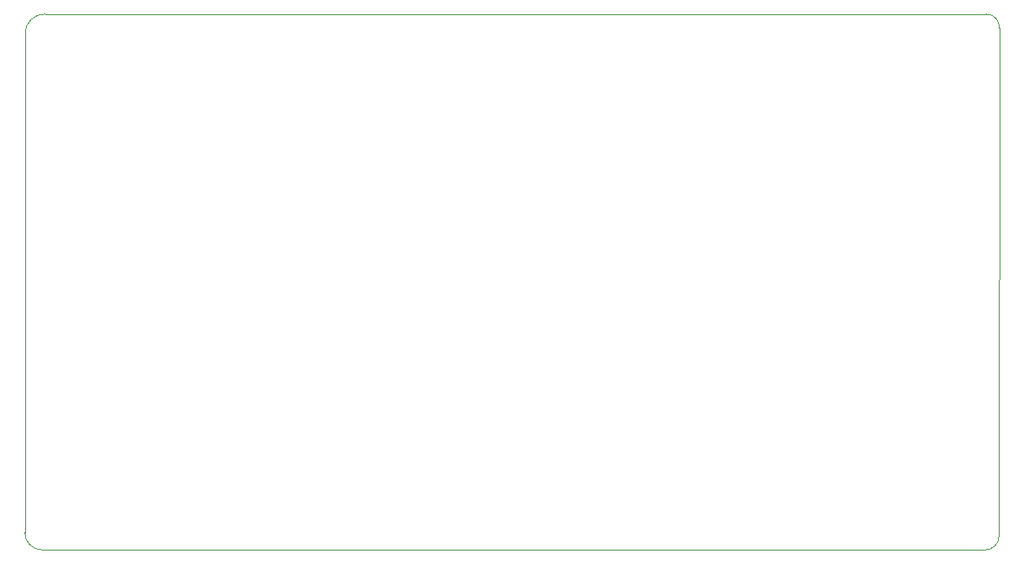
<source format=gm1>
G04 #@! TF.GenerationSoftware,KiCad,Pcbnew,9.0.4*
G04 #@! TF.CreationDate,2025-09-21T01:01:28-07:00*
G04 #@! TF.ProjectId,Macro_Pad,4d616372-6f5f-4506-9164-2e6b69636164,rev?*
G04 #@! TF.SameCoordinates,Original*
G04 #@! TF.FileFunction,Profile,NP*
%FSLAX46Y46*%
G04 Gerber Fmt 4.6, Leading zero omitted, Abs format (unit mm)*
G04 Created by KiCad (PCBNEW 9.0.4) date 2025-09-21 01:01:28*
%MOMM*%
%LPD*%
G01*
G04 APERTURE LIST*
G04 #@! TA.AperFunction,Profile*
%ADD10C,0.100000*%
G04 #@! TD*
G04 APERTURE END LIST*
D10*
X203800000Y-86750000D02*
X109059139Y-86747070D01*
X108725123Y-140726662D02*
X203612435Y-140743425D01*
X107012009Y-88745366D02*
G75*
G02*
X109059135Y-86747146I1951691J48266D01*
G01*
X205100536Y-139299106D02*
X205120021Y-88149884D01*
X108725219Y-140726662D02*
G75*
G02*
X106986084Y-138998296I-14119J1724962D01*
G01*
X107012009Y-88745336D02*
X106986058Y-138998296D01*
X203800000Y-86750000D02*
G75*
G02*
X205120022Y-88149884I0J-1322300D01*
G01*
X205100536Y-139300026D02*
G75*
G02*
X203612437Y-140743351I-1443636J-374D01*
G01*
M02*

</source>
